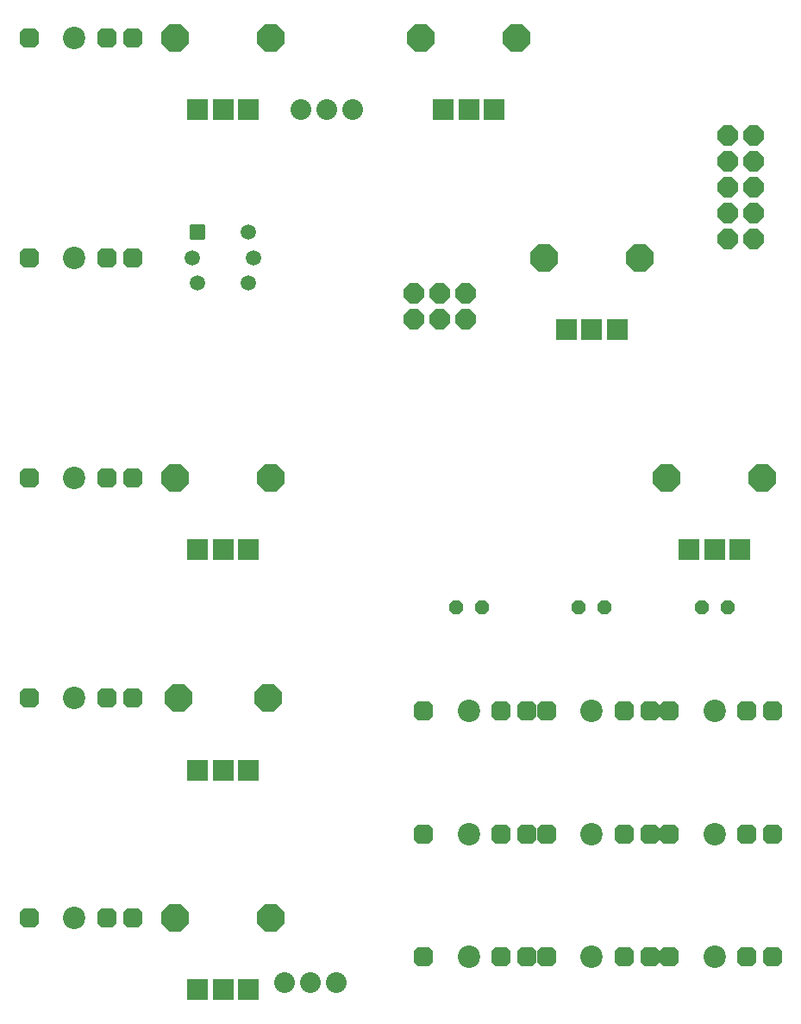
<source format=gbr>
%TF.GenerationSoftware,KiCad,Pcbnew,(6.0.11-0)*%
%TF.CreationDate,2023-03-06T22:39:13+01:00*%
%TF.ProjectId,grids,67726964-732e-46b6-9963-61645f706362,rev?*%
%TF.SameCoordinates,Original*%
%TF.FileFunction,Soldermask,Bot*%
%TF.FilePolarity,Negative*%
%FSLAX46Y46*%
G04 Gerber Fmt 4.6, Leading zero omitted, Abs format (unit mm)*
G04 Created by KiCad (PCBNEW (6.0.11-0)) date 2023-03-06 22:39:13*
%MOMM*%
%LPD*%
G01*
G04 APERTURE LIST*
G04 Aperture macros list*
%AMRoundRect*
0 Rectangle with rounded corners*
0 $1 Rounding radius*
0 $2 $3 $4 $5 $6 $7 $8 $9 X,Y pos of 4 corners*
0 Add a 4 corners polygon primitive as box body*
4,1,4,$2,$3,$4,$5,$6,$7,$8,$9,$2,$3,0*
0 Add four circle primitives for the rounded corners*
1,1,$1+$1,$2,$3*
1,1,$1+$1,$4,$5*
1,1,$1+$1,$6,$7*
1,1,$1+$1,$8,$9*
0 Add four rect primitives between the rounded corners*
20,1,$1+$1,$2,$3,$4,$5,0*
20,1,$1+$1,$4,$5,$6,$7,0*
20,1,$1+$1,$6,$7,$8,$9,0*
20,1,$1+$1,$8,$9,$2,$3,0*%
%AMFreePoly0*
4,1,25,0.493480,0.947373,0.498382,0.942882,0.942882,0.498382,0.964910,0.451141,0.965200,0.444500,0.965200,-0.444500,0.947373,-0.493480,0.942882,-0.498382,0.498382,-0.942882,0.451141,-0.964910,0.444500,-0.965200,-0.444500,-0.965200,-0.493480,-0.947373,-0.498382,-0.942882,-0.942882,-0.498382,-0.964910,-0.451141,-0.965200,-0.444500,-0.965200,0.444500,-0.947373,0.493480,-0.942882,0.498382,
-0.498382,0.942882,-0.451141,0.964910,-0.444500,0.965200,0.444500,0.965200,0.493480,0.947373,0.493480,0.947373,$1*%
%AMFreePoly1*
4,1,25,0.575031,1.328373,0.579933,1.323882,1.323882,0.579933,1.345910,0.532692,1.346200,0.526051,1.346200,-0.526051,1.328373,-0.575031,1.323882,-0.579933,0.579933,-1.323882,0.532692,-1.345910,0.526051,-1.346200,-0.526051,-1.346200,-0.575031,-1.328373,-0.579933,-1.323882,-1.323882,-0.579933,-1.345910,-0.532692,-1.346200,-0.526051,-1.346200,0.526051,-1.328373,0.575031,-1.323882,0.579933,
-0.579933,1.323882,-0.532692,1.345910,-0.526051,1.346200,0.526051,1.346200,0.575031,1.328373,0.575031,1.328373,$1*%
%AMFreePoly2*
4,1,25,0.301485,0.667973,0.306387,0.663482,0.663482,0.306387,0.685510,0.259146,0.685800,0.252505,0.685800,-0.252505,0.667973,-0.301485,0.663482,-0.306387,0.306387,-0.663482,0.259146,-0.685510,0.252505,-0.685800,-0.252505,-0.685800,-0.301485,-0.667973,-0.306387,-0.663482,-0.663482,-0.306387,-0.685510,-0.259146,-0.685800,-0.252505,-0.685800,0.252505,-0.667973,0.301485,-0.663482,0.306387,
-0.306387,0.663482,-0.259146,0.685510,-0.252505,0.685800,0.252505,0.685800,0.301485,0.667973,0.301485,0.667973,$1*%
%AMFreePoly3*
4,1,25,0.438258,0.998173,0.443160,0.993682,0.993682,0.443160,1.015710,0.395919,1.016000,0.389278,1.016000,-0.389278,0.998173,-0.438258,0.993682,-0.443160,0.443160,-0.993682,0.395919,-1.015710,0.389278,-1.016000,-0.389278,-1.016000,-0.438258,-0.998173,-0.443160,-0.993682,-0.993682,-0.443160,-1.015710,-0.395919,-1.016000,-0.389278,-1.016000,0.389278,-0.998173,0.438258,-0.993682,0.443160,
-0.443160,0.993682,-0.395919,1.015710,-0.389278,1.016000,0.389278,1.016000,0.438258,0.998173,0.438258,0.998173,$1*%
G04 Aperture macros list end*
%ADD10C,2.200000*%
%ADD11FreePoly0,90.000000*%
%ADD12RoundRect,0.076200X0.939800X-0.939800X0.939800X0.939800X-0.939800X0.939800X-0.939800X-0.939800X0*%
%ADD13FreePoly1,90.000000*%
%ADD14FreePoly2,180.000000*%
%ADD15C,1.502400*%
%ADD16RoundRect,0.076200X0.675000X-0.675000X0.675000X0.675000X-0.675000X0.675000X-0.675000X-0.675000X0*%
%ADD17C,2.032000*%
%ADD18FreePoly3,0.000000*%
%ADD19FreePoly3,270.000000*%
G04 APERTURE END LIST*
D10*
%TO.C,J4*%
X117713600Y-124688600D03*
D11*
X123428600Y-124688600D03*
X120888600Y-124688600D03*
X113268600Y-124688600D03*
%TD*%
D10*
%TO.C,J13*%
X168513600Y-150088600D03*
D11*
X174228600Y-150088600D03*
X171688600Y-150088600D03*
X164068600Y-150088600D03*
%TD*%
D10*
%TO.C,J9*%
X168513600Y-138023600D03*
D11*
X174228600Y-138023600D03*
X171688600Y-138023600D03*
X164068600Y-138023600D03*
%TD*%
D10*
%TO.C,J8*%
X156448600Y-138023600D03*
D11*
X162163600Y-138023600D03*
X159623600Y-138023600D03*
X152003600Y-138023600D03*
%TD*%
D10*
%TO.C,J6*%
X168513600Y-125958600D03*
D11*
X174228600Y-125958600D03*
X171688600Y-125958600D03*
X164068600Y-125958600D03*
%TD*%
D12*
%TO.C,R1*%
X134818600Y-66918600D03*
X132318600Y-66918600D03*
X129818600Y-66918600D03*
D13*
X137018600Y-59918600D03*
X127618600Y-59918600D03*
%TD*%
D12*
%TO.C,R42*%
X134818600Y-131788600D03*
X132318600Y-131788600D03*
X129818600Y-131788600D03*
D13*
X136718600Y-124688600D03*
X127918600Y-124688600D03*
%TD*%
D10*
%TO.C,J10*%
X180578600Y-138023600D03*
D11*
X186293600Y-138023600D03*
X183753600Y-138023600D03*
X176133600Y-138023600D03*
%TD*%
D10*
%TO.C,J3*%
X117713600Y-103098600D03*
D11*
X123428600Y-103098600D03*
X120888600Y-103098600D03*
X113268600Y-103098600D03*
%TD*%
D12*
%TO.C,R2*%
X158948600Y-66918600D03*
X156448600Y-66918600D03*
X153948600Y-66918600D03*
D13*
X161148600Y-59918600D03*
X151748600Y-59918600D03*
%TD*%
D14*
%TO.C,LED2*%
X157718600Y-115798600D03*
X155178600Y-115798600D03*
%TD*%
D10*
%TO.C,J7*%
X180578600Y-125958600D03*
D11*
X186293600Y-125958600D03*
X183753600Y-125958600D03*
X176133600Y-125958600D03*
%TD*%
D10*
%TO.C,J11*%
X117713600Y-146278600D03*
D11*
X123428600Y-146278600D03*
X120888600Y-146278600D03*
X113268600Y-146278600D03*
%TD*%
D10*
%TO.C,J1*%
X117713600Y-59918600D03*
D11*
X123428600Y-59918600D03*
X120888600Y-59918600D03*
X113268600Y-59918600D03*
%TD*%
D10*
%TO.C,J5*%
X156448600Y-125958600D03*
D11*
X162163600Y-125958600D03*
X159623600Y-125958600D03*
X152003600Y-125958600D03*
%TD*%
D14*
%TO.C,LED3*%
X169783600Y-115798600D03*
X167243600Y-115798600D03*
%TD*%
D12*
%TO.C,R25*%
X134818600Y-110098600D03*
X132318600Y-110098600D03*
X129818600Y-110098600D03*
D13*
X137018600Y-103098600D03*
X127618600Y-103098600D03*
%TD*%
D10*
%TO.C,J14*%
X180578600Y-150088600D03*
D11*
X186293600Y-150088600D03*
X183753600Y-150088600D03*
X176133600Y-150088600D03*
%TD*%
D12*
%TO.C,R46*%
X134818600Y-153278600D03*
X132318600Y-153278600D03*
X129818600Y-153278600D03*
D13*
X137018600Y-146278600D03*
X127618600Y-146278600D03*
%TD*%
D10*
%TO.C,J2*%
X117713600Y-81508600D03*
D11*
X123428600Y-81508600D03*
X120888600Y-81508600D03*
X113268600Y-81508600D03*
%TD*%
D12*
%TO.C,R5*%
X171013600Y-88508600D03*
X168513600Y-88508600D03*
X166013600Y-88508600D03*
D13*
X173213600Y-81508600D03*
X163813600Y-81508600D03*
%TD*%
D14*
%TO.C,LED4*%
X181848600Y-115798600D03*
X179308600Y-115798600D03*
%TD*%
D12*
%TO.C,R26*%
X183078600Y-110098600D03*
X180578600Y-110098600D03*
X178078600Y-110098600D03*
D13*
X185278600Y-103098600D03*
X175878600Y-103098600D03*
%TD*%
D10*
%TO.C,J12*%
X156448600Y-150088600D03*
D11*
X162163600Y-150088600D03*
X159623600Y-150088600D03*
X152003600Y-150088600D03*
%TD*%
D15*
%TO.C,SW1*%
X134818600Y-79000000D03*
X134818600Y-84000000D03*
D16*
X129818600Y-79000000D03*
D15*
X129318600Y-81500000D03*
X135318600Y-81500000D03*
X129818600Y-84000000D03*
%TD*%
D17*
%TO.C,JP1*%
X138351100Y-152628600D03*
X140891100Y-152628600D03*
X143431100Y-152628600D03*
%TD*%
D18*
%TO.C,J15*%
X151051100Y-85001100D03*
X151051100Y-87541100D03*
X153591100Y-85001100D03*
X153591100Y-87541100D03*
X156131100Y-85001100D03*
X156131100Y-87541100D03*
%TD*%
D19*
%TO.C,J16*%
X184388600Y-69443600D03*
X181848600Y-69443600D03*
X184388600Y-71983600D03*
X181848600Y-71983600D03*
X184388600Y-74523600D03*
X181848600Y-74523600D03*
X184388600Y-77063600D03*
X181848600Y-77063600D03*
X184388600Y-79603600D03*
X181848600Y-79603600D03*
%TD*%
D17*
%TO.C,JP2*%
X145018600Y-66903600D03*
X142478600Y-66903600D03*
X139938600Y-66903600D03*
%TD*%
M02*

</source>
